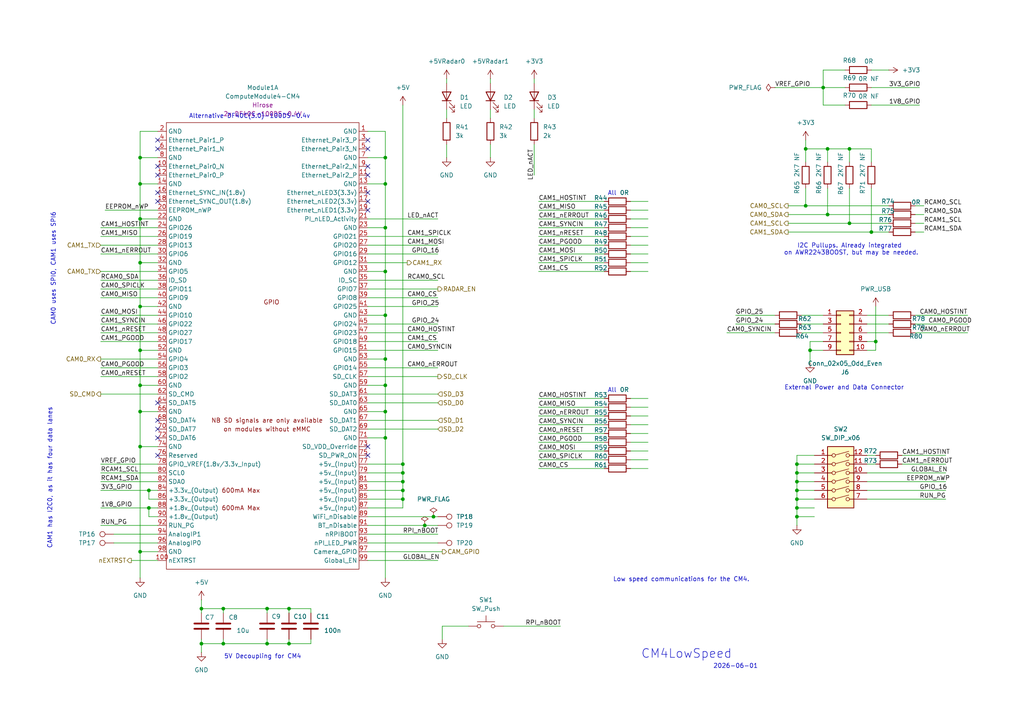
<source format=kicad_sch>
(kicad_sch (version 20231120) (generator "eeschema") (generator_version "8.0")
  (paper "A4")
  (lib_symbols
    (symbol "CM4IO:ComputeModule4-CM4"
      (property "Reference" "Module" (at 113.03 -68.58 0))
      (property "Value" "ComputeModule4-CM4" (at 140.97 2.54 0))
      (property "Field4" "Hirose" (at 0 0 0))
      (property "Field5" "2x DF40C-100DS-0.4V" (at 0 -2.54 0))
      (symbol "ComputeModule4-CM4_1_0"
        (text "GPIO" (at 0 6.35 0) (effects (font (size 1.27 1.27))))
      )
      (symbol "ComputeModule4-CM4_1_1"
        (text "600mA Max" (at -8.89 -53.34 0) (effects (font (size 1.27 1.27))))
        (text "600mA Max" (at -8.89 -48.26 0) (effects (font (size 1.27 1.27))))
        (text "NB SD signals are only available" (at -1.27 -27.94 0) (effects (font (size 1.27 1.27))))
        (text "on modules without eMMC" (at -1.27 -30.48 0) (effects (font (size 1.27 1.27))))
        (pin power_in line (at 27.94 55.88 180) (length 2.54) (name "GND") (number "1"))
        (pin passive line (at -33.02 45.72 0) (length 2.54) (name "Ethernet_Pair0_N") (number "10"))
        (pin output line (at -33.02 -68.58 0) (length 2.54) (name "nEXTRST") (number "100"))
        (pin passive line (at 27.94 43.18 180) (length 2.54) (name "Ethernet_Pair2_P") (number "11"))
        (pin passive line (at -33.02 43.18 0) (length 2.54) (name "Ethernet_Pair0_P") (number "12"))
        (pin power_in line (at 27.94 40.64 180) (length 2.54) (name "GND") (number "13"))
        (pin power_in line (at -33.02 40.64 0) (length 2.54) (name "GND") (number "14"))
        (pin output line (at 27.94 38.1 180) (length 2.54) (name "Ethernet_nLED3(3.3v)") (number "15"))
        (pin input line (at -33.02 38.1 0) (length 2.54) (name "Ethernet_SYNC_IN(1.8v)") (number "16"))
        (pin output line (at 27.94 35.56 180) (length 2.54) (name "Ethernet_nLED2(3.3v)") (number "17"))
        (pin input line (at -33.02 35.56 0) (length 2.54) (name "Ethernet_SYNC_OUT(1.8v)") (number "18"))
        (pin output line (at 27.94 33.02 180) (length 2.54) (name "Ethernet_nLED1(3.3v)") (number "19"))
        (pin power_in line (at -33.02 55.88 0) (length 2.54) (name "GND") (number "2"))
        (pin passive line (at -33.02 33.02 0) (length 2.54) (name "EEPROM_nWP") (number "20"))
        (pin open_collector line (at 27.94 30.48 180) (length 2.54) (name "PI_nLED_Activity") (number "21"))
        (pin power_in line (at -33.02 30.48 0) (length 2.54) (name "GND") (number "22"))
        (pin power_in line (at 27.94 27.94 180) (length 2.54) (name "GND") (number "23"))
        (pin passive line (at -33.02 27.94 0) (length 2.54) (name "GPIO26") (number "24"))
        (pin passive line (at 27.94 25.4 180) (length 2.54) (name "GPIO21") (number "25"))
        (pin passive line (at -33.02 25.4 0) (length 2.54) (name "GPIO19") (number "26"))
        (pin passive line (at 27.94 22.86 180) (length 2.54) (name "GPIO20") (number "27"))
        (pin passive line (at -33.02 22.86 0) (length 2.54) (name "GPIO13") (number "28"))
        (pin passive line (at 27.94 20.32 180) (length 2.54) (name "GPIO16") (number "29"))
        (pin passive line (at 27.94 53.34 180) (length 2.54) (name "Ethernet_Pair3_P") (number "3"))
        (pin passive line (at -33.02 20.32 0) (length 2.54) (name "GPIO6") (number "30"))
        (pin passive line (at 27.94 17.78 180) (length 2.54) (name "GPIO12") (number "31"))
        (pin power_in line (at -33.02 17.78 0) (length 2.54) (name "GND") (number "32"))
        (pin power_in line (at 27.94 15.24 180) (length 2.54) (name "GND") (number "33"))
        (pin passive line (at -33.02 15.24 0) (length 2.54) (name "GPIO5") (number "34"))
        (pin passive line (at 27.94 12.7 180) (length 2.54) (name "ID_SC") (number "35"))
        (pin passive line (at -33.02 12.7 0) (length 2.54) (name "ID_SD") (number "36"))
        (pin passive line (at 27.94 10.16 180) (length 2.54) (name "GPIO7") (number "37"))
        (pin passive line (at -33.02 10.16 0) (length 2.54) (name "GPIO11") (number "38"))
        (pin passive line (at 27.94 7.62 180) (length 2.54) (name "GPIO8") (number "39"))
        (pin passive line (at -33.02 53.34 0) (length 2.54) (name "Ethernet_Pair1_P") (number "4"))
        (pin passive line (at -33.02 7.62 0) (length 2.54) (name "GPIO9") (number "40"))
        (pin passive line (at 27.94 5.08 180) (length 2.54) (name "GPIO25") (number "41"))
        (pin power_in line (at -33.02 5.08 0) (length 2.54) (name "GND") (number "42"))
        (pin power_in line (at 27.94 2.54 180) (length 2.54) (name "GND") (number "43"))
        (pin passive line (at -33.02 2.54 0) (length 2.54) (name "GPIO10") (number "44"))
        (pin passive line (at 27.94 0 180) (length 2.54) (name "GPIO24") (number "45"))
        (pin passive line (at -33.02 0 0) (length 2.54) (name "GPIO22") (number "46"))
        (pin passive line (at 27.94 -2.54 180) (length 2.54) (name "GPIO23") (number "47"))
        (pin passive line (at -33.02 -2.54 0) (length 2.54) (name "GPIO27") (number "48"))
        (pin passive line (at 27.94 -5.08 180) (length 2.54) (name "GPIO18") (number "49"))
        (pin passive line (at 27.94 50.8 180) (length 2.54) (name "Ethernet_Pair3_N") (number "5"))
        (pin passive line (at -33.02 -5.08 0) (length 2.54) (name "GPIO17") (number "50"))
        (pin passive line (at 27.94 -7.62 180) (length 2.54) (name "GPIO15") (number "51"))
        (pin power_in line (at -33.02 -7.62 0) (length 2.54) (name "GND") (number "52"))
        (pin power_in line (at 27.94 -10.16 180) (length 2.54) (name "GND") (number "53"))
        (pin passive line (at -33.02 -10.16 0) (length 2.54) (name "GPIO4") (number "54"))
        (pin passive line (at 27.94 -12.7 180) (length 2.54) (name "GPIO14") (number "55"))
        (pin passive line (at -33.02 -12.7 0) (length 2.54) (name "GPIO3") (number "56"))
        (pin passive line (at 27.94 -15.24 180) (length 2.54) (name "SD_CLK") (number "57"))
        (pin passive line (at -33.02 -15.24 0) (length 2.54) (name "GPIO2") (number "58"))
        (pin power_in line (at 27.94 -17.78 180) (length 2.54) (name "GND") (number "59"))
        (pin passive line (at -33.02 50.8 0) (length 2.54) (name "Ethernet_Pair1_N") (number "6"))
        (pin power_in line (at -33.02 -17.78 0) (length 2.54) (name "GND") (number "60"))
        (pin passive line (at 27.94 -20.32 180) (length 2.54) (name "SD_DAT3") (number "61"))
        (pin passive line (at -33.02 -20.32 0) (length 2.54) (name "SD_CMD") (number "62"))
        (pin passive line (at 27.94 -22.86 180) (length 2.54) (name "SD_DAT0") (number "63"))
        (pin passive line (at -33.02 -22.86 0) (length 2.54) (name "SD_DAT5") (number "64"))
        (pin power_in line (at 27.94 -25.4 180) (length 2.54) (name "GND") (number "65"))
        (pin power_in line (at -33.02 -25.4 0) (length 2.54) (name "GND") (number "66"))
        (pin passive line (at 27.94 -27.94 180) (length 2.54) (name "SD_DAT1") (number "67"))
        (pin passive line (at -33.02 -27.94 0) (length 2.54) (name "SD_DAT4") (number "68"))
        (pin passive line (at 27.94 -30.48 180) (length 2.54) (name "SD_DAT2") (number "69"))
        (pin power_in line (at 27.94 48.26 180) (length 2.54) (name "GND") (number "7"))
        (pin passive line (at -33.02 -30.48 0) (length 2.54) (name "SD_DAT7") (number "70"))
        (pin power_in line (at 27.94 -33.02 180) (length 2.54) (name "GND") (number "71"))
        (pin passive line (at -33.02 -33.02 0) (length 2.54) (name "SD_DAT6") (number "72"))
        (pin input line (at 27.94 -35.56 180) (length 2.54) (name "SD_VDD_Override") (number "73"))
        (pin power_in line (at -33.02 -35.56 0) (length 2.54) (name "GND") (number "74"))
        (pin output line (at 27.94 -38.1 180) (length 2.54) (name "SD_PWR_ON") (number "75"))
        (pin passive line (at -33.02 -38.1 0) (length 2.54) (name "Reserved") (number "76"))
        (pin power_in line (at 27.94 -40.64 180) (length 2.54) (name "+5v_(Input)") (number "77"))
        (pin power_in line (at -33.02 -40.64 0) (length 2.54) (name "GPIO_VREF(1.8v/3.3v_Input)") (number "78"))
        (pin power_in line (at 27.94 -43.18 180) (length 2.54) (name "+5v_(Input)") (number "79"))
        (pin power_in line (at -33.02 48.26 0) (length 2.54) (name "GND") (number "8"))
        (pin passive line (at -33.02 -43.18 0) (length 2.54) (name "SCL0") (number "80"))
        (pin power_in line (at 27.94 -45.72 180) (length 2.54) (name "+5v_(Input)") (number "81"))
        (pin passive line (at -33.02 -45.72 0) (length 2.54) (name "SDA0") (number "82"))
        (pin power_in line (at 27.94 -48.26 180) (length 2.54) (name "+5v_(Input)") (number "83"))
        (pin power_out line (at -33.02 -48.26 0) (length 2.54) (name "+3.3v_(Output)") (number "84"))
        (pin power_in line (at 27.94 -50.8 180) (length 2.54) (name "+5v_(Input)") (number "85"))
        (pin power_out line (at -33.02 -50.8 0) (length 2.54) (name "+3.3v_(Output)") (number "86"))
        (pin power_in line (at 27.94 -53.34 180) (length 2.54) (name "+5v_(Input)") (number "87"))
        (pin power_out line (at -33.02 -53.34 0) (length 2.54) (name "+1.8v_(Output)") (number "88"))
        (pin power_in line (at 27.94 -55.88 180) (length 2.54) (name "WiFi_nDisable") (number "89"))
        (pin passive line (at 27.94 45.72 180) (length 2.54) (name "Ethernet_Pair2_N") (number "9"))
        (pin power_out line (at -33.02 -55.88 0) (length 2.54) (name "+1.8v_(Output)") (number "90"))
        (pin power_in line (at 27.94 -58.42 180) (length 2.54) (name "BT_nDisable") (number "91"))
        (pin passive line (at -33.02 -58.42 0) (length 2.54) (name "RUN_PG") (number "92"))
        (pin input line (at 27.94 -60.96 180) (length 2.54) (name "nRPIBOOT") (number "93"))
        (pin passive line (at -33.02 -60.96 0) (length 2.54) (name "AnalogIP1") (number "94"))
        (pin output line (at 27.94 -63.5 180) (length 2.54) (name "nPI_LED_PWR") (number "95"))
        (pin passive line (at -33.02 -63.5 0) (length 2.54) (name "AnalogIP0") (number "96"))
        (pin passive line (at 27.94 -66.04 180) (length 2.54) (name "Camera_GPIO") (number "97"))
        (pin power_in line (at -33.02 -66.04 0) (length 2.54) (name "GND") (number "98"))
        (pin input line (at 27.94 -68.58 180) (length 2.54) (name "Global_EN") (number "99"))
      )
      (symbol "ComputeModule4-CM4_2_1"
        (text "High Speed Serial" (at 140.97 0 0) (effects (font (size 1.27 1.27))))
        (pin input line (at 170.18 60.96 180) (length 5.08) (name "USB_OTG_ID") (number "101"))
        (pin input line (at 109.22 60.96 0) (length 5.08) (name "PCIe_CLK_nREQ") (number "102"))
        (pin passive line (at 170.18 58.42 180) (length 5.08) (name "USB2_N") (number "103"))
        (pin passive line (at 109.22 58.42 0) (length 5.08) (name "Reserved") (number "104"))
        (pin passive line (at 170.18 55.88 180) (length 5.08) (name "USB2_P") (number "105"))
        (pin passive line (at 109.22 55.88 0) (length 5.08) (name "Reserved") (number "106"))
        (pin power_in line (at 170.18 53.34 180) (length 5.08) (name "GND") (number "107"))
        (pin power_in line (at 109.22 53.34 0) (length 5.08) (name "GND") (number "108"))
        (pin bidirectional line (at 170.18 50.8 180) (length 5.08) (name "PCIe_nRST") (number "109"))
        (pin output line (at 109.22 50.8 0) (length 5.08) (name "PCIe_CLK_P") (number "110"))
        (pin passive line (at 170.18 48.26 180) (length 5.08) (name "VDAC_COMP") (number "111"))
        (pin output line (at 109.22 48.26 0) (length 5.08) (name "PCIe_CLK_N") (number "112"))
        (pin power_in line (at 170.18 45.72 180) (length 5.08) (name "GND") (number "113"))
        (pin power_in line (at 109.22 45.72 0) (length 5.08) (name "GND") (number "114"))
        (pin input line (at 170.18 43.18 180) (length 5.08) (name "CAM1_D0_N") (number "115"))
        (pin input line (at 109.22 43.18 0) (length 5.08) (name "PCIe_RX_P") (number "116"))
        (pin input line (at 170.18 40.64 180) (length 5.08) (name "CAM1_D0_P") (number "117"))
        (pin input line (at 109.22 40.64 0) (length 5.08) (name "PCIe_RX_N") (number "118"))
        (pin power_in line (at 170.18 38.1 180) (length 5.08) (name "GND") (number "119"))
        (pin power_in line (at 109.22 38.1 0) (length 5.08) (name "GND") (number "120"))
        (pin input line (at 170.18 35.56 180) (length 5.08) (name "CAM1_D1_N") (number "121"))
        (pin output line (at 109.22 35.56 0) (length 5.08) (name "PCIe_TX_P") (number "122"))
        (pin input line (at 170.18 33.02 180) (length 5.08) (name "CAM1_D1_P") (number "123"))
        (pin output line (at 109.22 33.02 0) (length 5.08) (name "PCIe_TX_N") (number "124"))
        (pin power_in line (at 170.18 30.48 180) (length 5.08) (name "GND") (number "125"))
        (pin power_in line (at 109.22 30.48 0) (length 5.08) (name "GND") (number "126"))
        (pin input line (at 170.18 27.94 180) (length 5.08) (name "CAM1_C_N") (number "127"))
        (pin input line (at 109.22 27.94 0) (length 5.08) (name "CAM0_D0_N") (number "128"))
        (pin input line (at 170.18 25.4 180) (length 5.08) (name "CAM1_C_P") (number "129"))
        (pin input line (at 109.22 25.4 0) (length 5.08) (name "CAM0_D0_P") (number "130"))
        (pin power_in line (at 170.18 22.86 180) (length 5.08) (name "GND") (number "131"))
        (pin power_in line (at 109.22 22.86 0) (length 5.08) (name "GND") (number "132"))
        (pin input line (at 170.18 20.32 180) (length 5.08) (name "CAM1_D2_N") (number "133"))
        (pin input line (at 109.22 20.32 0) (length 5.08) (name "CAM0_D1_N") (number "134"))
        (pin input line (at 170.18 17.78 180) (length 5.08) (name "CAM1_D2_P") (number "135"))
        (pin input line (at 109.22 17.78 0) (length 5.08) (name "CAM0_D1_P") (number "136"))
        (pin power_in line (at 170.18 15.24 180) (length 5.08) (name "GND") (number "137"))
        (pin power_in line (at 109.22 15.24 0) (length 5.08) (name "GND") (number "138"))
        (pin input line (at 170.18 12.7 180) (length 5.08) (name "CAM1_D3_N") (number "139"))
        (pin input line (at 109.22 12.7 0) (length 5.08) (name "CAM0_C_N") (number "140"))
        (pin input line (at 170.18 10.16 180) (length 5.08) (name "CAM1_D3_P") (number "141"))
        (pin input line (at 109.22 10.16 0) (length 5.08) (name "CAM0_C_P") (number "142"))
        (pin input line (at 170.18 7.62 180) (length 5.08) (name "HDMI1_HOTPLUG") (number "143"))
        (pin power_in line (at 109.22 7.62 0) (length 5.08) (name "GND") (number "144"))
        (pin bidirectional line (at 170.18 5.08 180) (length 5.08) (name "HDMI1_SDA") (number "145"))
        (pin output line (at 109.22 5.08 0) (length 5.08) (name "HDMI1_TX2_P") (number "146"))
        (pin open_collector line (at 170.18 2.54 180) (length 5.08) (name "HDMI1_SCL") (number "147"))
        (pin output line (at 109.22 2.54 0) (length 5.08) (name "HDMI1_TX2_N") (number "148"))
        (pin open_collector line (at 170.18 0 180) (length 5.08) (name "HDMI1_CEC") (number "149"))
        (pin power_in line (at 109.22 0 0) (length 5.08) (name "GND") (number "150"))
        (pin open_collector line (at 170.18 -2.54 180) (length 5.08) (name "HDMI0_CEC") (number "151"))
        (pin output line (at 109.22 -2.54 0) (length 5.08) (name "HDMI1_TX1_P") (number "152"))
        (pin input line (at 170.18 -5.08 180) (length 5.08) (name "HDMI0_HOTPLUG") (number "153"))
        (pin output line (at 109.22 -5.08 0) (length 5.08) (name "HDMI1_TX1_N") (number "154"))
        (pin power_in line (at 170.18 -7.62 180) (length 5.08) (name "GND") (number "155"))
        (pin power_in line (at 109.22 -7.62 0) (length 5.08) (name "GND") (number "156"))
        (pin output line (at 170.18 -10.16 180) (length 5.08) (name "DSI0_D0_N") (number "157"))
        (pin output line (at 109.22 -10.16 0) (length 5.08) (name "HDMI1_TX0_P") (number "158"))
        (pin output line (at 170.18 -12.7 180) (length 5.08) (name "DSI0_D0_P") (number "159"))
        (pin output line (at 109.22 -12.7 0) (length 5.08) (name "HDMI1_TX0_N") (number "160"))
        (pin power_in line (at 170.18 -15.24 180) (length 5.08) (name "GND") (number "161"))
        (pin power_in line (at 109.22 -15.24 0) (length 5.08) (name "GND") (number "162"))
        (pin output line (at 170.18 -17.78 180) (length 5.08) (name "DSI0_D1_N") (number "163"))
        (pin output line (at 109.22 -17.78 0) (length 5.08) (name "HDMI1_CLK_P") (number "164"))
        (pin output line (at 170.18 -20.32 180) (length 5.08) (name "DSI0_D1_P") (number "165"))
        (pin output line (at 109.22 -20.32 0) (length 5.08) (name "HDMI1_CLK_N") (number "166"))
        (pin power_in line (at 170.18 -22.86 180) (length 5.08) (name "GND") (number "167"))
        (pin power_in line (at 109.22 -22.86 0) (length 5.08) (name "GND") (number "168"))
        (pin output line (at 170.18 -25.4 180) (length 5.08) (name "DSI0_C_N") (number "169"))
        (pin output line (at 109.22 -25.4 0) (length 5.08) (name "HDMI0_TX2_P") (number "170"))
        (pin output line (at 170.18 -27.94 180) (length 5.08) (name "DSI0_C_P") (number "171"))
        (pin output line (at 109.22 -27.94 0) (length 5.08) (name "HDMI0_TX2_N") (number "172"))
        (pin power_in line (at 170.18 -30.48 180) (length 5.08) (name "GND") (number "173"))
        (pin power_in line (at 109.22 -30.48 0) (length 5.08) (name "GND") (number "174"))
        (pin output line (at 170.18 -33.02 180) (length 5.08) (name "DSI1_D0_N") (number "175"))
        (pin output line (at 109.22 -33.02 0) (length 5.08) (name "HDMI0_TX1_P") (number "176"))
        (pin output line (at 170.18 -35.56 180) (length 5.08) (name "DSI1_D0_P") (number "177"))
        (pin output line (at 109.22 -35.56 0) (length 5.08) (name "HDMI0_TX1_N") (number "178"))
        (pin power_in line (at 170.18 -38.1 180) (length 5.08) (name "GND") (number "179"))
        (pin power_in line (at 109.22 -38.1 0) (length 5.08) (name "GND") (number "180"))
        (pin output line (at 170.18 -40.64 180) (length 5.08) (name "DSI1_D1_N") (number "181"))
        (pin output line (at 109.22 -40.64 0) (length 5.08) (name "HDMI0_TX0_P") (number "182"))
        (pin output line (at 170.18 -43.18 180) (length 5.08) (name "DSI1_D1_P") (number "183"))
        (pin output line (at 109.22 -43.18 0) (length 5.08) (name "HDMI0_TX0_N") (number "184"))
        (pin power_in line (at 170.18 -45.72 180) (length 5.08) (name "GND") (number "185"))
        (pin power_in line (at 109.22 -45.72 0) (length 5.08) (name "GND") (number "186"))
        (pin output line (at 170.18 -48.26 180) (length 5.08) (name "DSI1_C_N") (number "187"))
        (pin output line (at 109.22 -48.26 0) (length 5.08) (name "HDMI0_CLK_P") (number "188"))
        (pin output line (at 170.18 -50.8 180) (length 5.08) (name "DSI1_C_P") (number "189"))
        (pin output line (at 109.22 -50.8 0) (length 5.08) (name "HDMI0_CLK_N") (number "190"))
        (pin power_in line (at 170.18 -53.34 180) (length 5.08) (name "GND") (number "191"))
        (pin power_in line (at 109.22 -53.34 0) (length 5.08) (name "GND") (number "192"))
        (pin output line (at 170.18 -55.88 180) (length 5.08) (name "DSI1_D2_N") (number "193"))
        (pin output line (at 109.22 -55.88 0) (length 5.08) (name "DSI1_D3_N") (number "194"))
        (pin output line (at 170.18 -58.42 180) (length 5.08) (name "DSI1_D2_P") (number "195"))
        (pin output line (at 109.22 -58.42 0) (length 5.08) (name "DSI1_D3_P") (number "196"))
        (pin power_in line (at 170.18 -60.96 180) (length 5.08) (name "GND") (number "197"))
        (pin power_in line (at 109.22 -60.96 0) (length 5.08) (name "GND") (number "198"))
        (pin bidirectional line (at 170.18 -63.5 180) (length 5.08) (name "HDMI0_SDA") (number "199"))
        (pin open_collector line (at 109.22 -63.5 0) (length 5.08) (name "HDMI0_SCL") (number "200"))
      )
    )
    (symbol "Connector:TestPoint" (pin_numbers hide) (pin_names (offset 0.762) hide)
      (property "Reference" "TP" (at 0 6.858 0))
      (property "Value" "TestPoint" (at 0 5.08 0))
      (symbol "TestPoint_1_1"
        (pin passive line (at 0 0 90) (length 2.54) (name "1") (number "1"))
      )
    )
    (symbol "Connector_Generic:Conn_02x05_Odd_Even" (pin_names (offset 1.016) hide)
      (property "Reference" "J" (at 1.27 7.62 0))
      (property "Value" "Conn_02x05_Odd_Even" (at 1.27 -7.62 0))
      (symbol "Conn_02x05_Odd_Even_1_1"
        (pin passive line (at -5.08 5.08 0) (length 3.81) (name "Pin_1") (number "1"))
        (pin passive line (at 7.62 -5.08 180) (length 3.81) (name "Pin_10") (number "10"))
        (pin passive line (at 7.62 5.08 180) (length 3.81) (name "Pin_2") (number "2"))
        (pin passive line (at -5.08 2.54 0) (length 3.81) (name "Pin_3") (number "3"))
        (pin passive line (at 7.62 2.54 180) (length 3.81) (name "Pin_4") (number "4"))
        (pin passive line (at -5.08 0 0) (length 3.81) (name "Pin_5") (number "5"))
        (pin passive line (at 7.62 0 180) (length 3.81) (name "Pin_6") (number "6"))
        (pin passive line (at -5.08 -2.54 0) (length 3.81) (name "Pin_7") (number "7"))
        (pin passive line (at 7.62 -2.54 180) (length 3.81) (name "Pin_8") (number "8"))
        (pin passive line (at -5.08 -5.08 0) (length 3.81) (name "Pin_9") (number "9"))
      )
    )
    (symbol "Device:C" (pin_numbers hide) (pin_names (offset 0.254))
      (property "Reference" "C" (at 0.635 2.54 0))
      (property "Value" "C" (at 0.635 -2.54 0))
      (symbol "C_1_1"
        (pin passive line (at 0 3.81 270) (length 2.794) (name "~") (number "1"))
        (pin passive line (at 0 -3.81 90) (length 2.794) (name "~") (number "2"))
      )
    )
    (symbol "Device:LED" (pin_numbers hide) (pin_names (offset 1.016) hide)
      (property "Reference" "D" (at 0 2.54 0))
      (property "Value" "LED" (at 0 -2.54 0))
      (symbol "LED_1_1"
        (pin passive line (at -3.81 0 0) (length 2.54) (name "K") (number "1"))
        (pin passive line (at 3.81 0 180) (length 2.54) (name "A") (number "2"))
      )
    )
    (symbol "Device:R" (pin_numbers hide) (pin_names (offset 0))
      (property "Reference" "R" (at 2.032 0 90))
      (property "Value" "R" (at 0 0 90))
      (symbol "R_1_1"
        (pin passive line (at 0 3.81 270) (length 1.27) (name "~") (number "1"))
        (pin passive line (at 0 -3.81 90) (length 1.27) (name "~") (number "2"))
      )
    )
    (symbol "Switch:SW_DIP_x06" (pin_names (offset 0) hide)
      (property "Reference" "SW" (at 0 11.43 0))
      (property "Value" "SW_DIP_x06" (at 0 -8.89 0))
      (symbol "SW_DIP_x06_1_1"
        (pin passive line (at -7.62 7.62 0) (length 5.08) (name "~") (number "1"))
        (pin passive line (at 7.62 2.54 180) (length 5.08) (name "~") (number "10"))
        (pin passive line (at 7.62 5.08 180) (length 5.08) (name "~") (number "11"))
        (pin passive line (at 7.62 7.62 180) (length 5.08) (name "~") (number "12"))
        (pin passive line (at -7.62 5.08 0) (length 5.08) (name "~") (number "2"))
        (pin passive line (at -7.62 2.54 0) (length 5.08) (name "~") (number "3"))
        (pin passive line (at -7.62 0 0) (length 5.08) (name "~") (number "4"))
        (pin passive line (at -7.62 -2.54 0) (length 5.08) (name "~") (number "5"))
        (pin passive line (at -7.62 -5.08 0) (length 5.08) (name "~") (number "6"))
        (pin passive line (at 7.62 -5.08 180) (length 5.08) (name "~") (number "7"))
        (pin passive line (at 7.62 -2.54 180) (length 5.08) (name "~") (number "8"))
        (pin passive line (at 7.62 0 180) (length 5.08) (name "~") (number "9"))
      )
    )
    (symbol "Switch:SW_Push" (pin_numbers hide) (pin_names (offset 1.016) hide)
      (property "Reference" "SW" (at 1.27 2.54 0))
      (property "Value" "SW_Push" (at 0 -1.524 0))
      (symbol "SW_Push_0_1"
        (pin passive line (at -5.08 0 0) (length 2.54) (name "1") (number "1"))
        (pin passive line (at 5.08 0 180) (length 2.54) (name "2") (number "2"))
      )
    )
    (symbol "power:+3V3" (power) (pin_numbers hide) (pin_names (offset 0) hide)
      (property "Value" "+3V3" (at 0 3.556 0))
      (symbol "+3V3_1_1"
        (pin power_in line (at 0 0 90) (length 0) (name "~") (number "1"))
      )
    )
    (symbol "power:+5V" (power) (pin_numbers hide) (pin_names (offset 0) hide)
      (property "Value" "+5V" (at 0 3.556 0))
      (symbol "+5V_1_1"
        (pin power_in line (at 0 0 90) (length 0) (name "~") (number "1"))
      )
    )
    (symbol "power:GND" (power) (pin_numbers hide) (pin_names (offset 0) hide)
      (property "Value" "GND" (at 0 -3.81 0))
      (symbol "GND_1_1"
        (pin power_in line (at 0 0 270) (length 0) (name "~") (number "1"))
      )
    )
    (symbol "power:PWR_FLAG" (power) (pin_numbers hide) (pin_names (offset 0) hide)
      (property "Value" "PWR_FLAG" (at 0 3.81 0))
      (symbol "PWR_FLAG_0_0"
        (pin power_out line (at 0 0 90) (length 0) (name "~") (number "1"))
      )
    )
    (symbol "power:VBUS" (power) (pin_numbers hide) (pin_names (offset 0) hide)
      (property "Value" "VBUS" (at 0 3.556 0))
      (symbol "VBUS_1_1"
        (pin power_in line (at 0 0 90) (length 0) (name "~") (number "1"))
      )
    )
  )
  (junction (at 233.68 43.18))
  (junction (at 254 99.06))
  (junction (at 40.64 111.76))
  (junction (at 58.42 186.69))
  (junction (at 111.76 111.76))
  (junction (at 40.64 129.54))
  (junction (at 43.18 142.24))
  (junction (at 40.64 53.34))
  (junction (at 40.64 88.9))
  (junction (at 240.03 62.23))
  (junction (at 111.76 119.38))
  (junction (at 231.14 142.24))
  (junction (at 40.64 63.5))
  (junction (at 231.14 134.62))
  (junction (at 64.77 176.53))
  (junction (at 231.14 144.78))
  (junction (at 111.76 78.74))
  (junction (at 125.73 149.86))
  (junction (at 238.76 25.4))
  (junction (at 83.82 176.53))
  (junction (at 83.82 186.69))
  (junction (at 116.84 142.24))
  (junction (at 231.14 147.32))
  (junction (at 111.76 45.72))
  (junction (at 111.76 91.44))
  (junction (at 233.68 59.69))
  (junction (at 58.42 176.53))
  (junction (at 246.38 43.18))
  (junction (at 123.19 152.4))
  (junction (at 252.73 67.31))
  (junction (at 240.03 43.18))
  (junction (at 231.14 139.7))
  (junction (at 111.76 104.14))
  (junction (at 246.38 64.77))
  (junction (at 40.64 76.2))
  (junction (at 40.64 119.38))
  (junction (at 77.47 176.53))
  (junction (at 234.95 101.6))
  (junction (at 111.76 53.34))
  (junction (at 64.77 186.69))
  (junction (at 77.47 186.69))
  (junction (at 231.14 149.86))
  (junction (at 40.64 101.6))
  (junction (at 40.64 160.02))
  (junction (at 116.84 137.16))
  (junction (at 116.84 139.7))
  (junction (at 43.18 147.32))
  (junction (at 111.76 127))
  (junction (at 231.14 137.16))
  (junction (at 116.84 134.62))
  (junction (at 40.64 45.72))
  (junction (at 111.76 66.04))
  (junction (at 116.84 144.78))
  (no_connect (at 106.68 58.42))
  (no_connect (at 45.72 48.26))
  (no_connect (at 106.68 40.64))
  (no_connect (at 45.72 43.18))
  (no_connect (at 106.68 132.08))
  (no_connect (at 45.72 116.84))
  (no_connect (at 45.72 124.46))
  (no_connect (at 106.68 43.18))
  (no_connect (at 106.68 129.54))
  (no_connect (at 45.72 121.92))
  (no_connect (at 106.68 50.8))
  (no_connect (at 45.72 127))
  (no_connect (at 106.68 55.88))
  (no_connect (at 106.68 48.26))
  (no_connect (at 45.72 40.64))
  (no_connect (at 45.72 58.42))
  (no_connect (at 45.72 132.08))
  (no_connect (at 45.72 55.88))
  (no_connect (at 106.68 60.96))
  (no_connect (at 45.72 50.8))
  (wire (pts (xy 106.68 144.78) (xy 116.84 144.78)))
  (wire (pts (xy 43.18 147.32) (xy 45.72 147.32)))
  (wire (pts (xy 231.14 142.24) (xy 231.14 144.78)))
  (wire (pts (xy 213.36 91.44) (xy 224.79 91.44)))
  (wire (pts (xy 154.94 31.75) (xy 154.94 34.29)))
  (wire (pts (xy 231.14 147.32) (xy 236.22 147.32)))
  (wire (pts (xy 45.72 144.78) (xy 43.18 144.78)))
  (wire (pts (xy 116.84 144.78) (xy 116.84 147.32)))
  (wire (pts (xy 240.03 43.18) (xy 240.03 46.99)))
  (wire (pts (xy 29.21 99.06) (xy 45.72 99.06)))
  (wire (pts (xy 254 101.6) (xy 251.46 101.6)))
  (wire (pts (xy 106.68 68.58) (xy 127 68.58)))
  (wire (pts (xy 156.21 71.12) (xy 175.26 71.12)))
  (wire (pts (xy 29.21 71.12) (xy 45.72 71.12)))
  (wire (pts (xy 116.84 134.62) (xy 116.84 137.16)))
  (wire (pts (xy 106.68 119.38) (xy 111.76 119.38)))
  (wire (pts (xy 246.38 64.77) (xy 257.81 64.77)))
  (wire (pts (xy 77.47 176.53) (xy 83.82 176.53)))
  (wire (pts (xy 111.76 53.34) (xy 111.76 66.04)))
  (wire (pts (xy 182.88 123.19) (xy 187.96 123.19)))
  (wire (pts (xy 233.68 40.64) (xy 233.68 43.18)))
  (wire (pts (xy 40.64 76.2) (xy 40.64 88.9)))
  (wire (pts (xy 156.21 63.5) (xy 175.26 63.5)))
  (wire (pts (xy 156.21 78.74) (xy 175.26 78.74)))
  (wire (pts (xy 106.68 116.84) (xy 127 116.84)))
  (wire (pts (xy 29.21 137.16) (xy 45.72 137.16)))
  (wire (pts (xy 29.21 66.04) (xy 45.72 66.04)))
  (wire (pts (xy 233.68 59.69) (xy 228.6 59.69)))
  (wire (pts (xy 106.68 76.2) (xy 118.11 76.2)))
  (wire (pts (xy 106.68 111.76) (xy 111.76 111.76)))
  (wire (pts (xy 40.64 101.6) (xy 40.64 111.76)))
  (wire (pts (xy 231.14 137.16) (xy 231.14 139.7)))
  (wire (pts (xy 77.47 185.42) (xy 77.47 186.69)))
  (wire (pts (xy 106.68 99.06) (xy 127 99.06)))
  (wire (pts (xy 40.64 38.1) (xy 40.64 45.72)))
  (wire (pts (xy 156.21 123.19) (xy 175.26 123.19)))
  (wire (pts (xy 232.41 96.52) (xy 238.76 96.52)))
  (wire (pts (xy 156.21 128.27) (xy 175.26 128.27)))
  (wire (pts (xy 182.88 60.96) (xy 187.96 60.96)))
  (wire (pts (xy 111.76 78.74) (xy 111.76 91.44)))
  (wire (pts (xy 29.21 104.14) (xy 45.72 104.14)))
  (wire (pts (xy 106.68 104.14) (xy 111.76 104.14)))
  (wire (pts (xy 29.21 109.22) (xy 45.72 109.22)))
  (wire (pts (xy 45.72 160.02) (xy 40.64 160.02)))
  (wire (pts (xy 154.94 41.91) (xy 154.94 50.8)))
  (wire (pts (xy 265.43 59.69) (xy 267.97 59.69)))
  (wire (pts (xy 251.46 132.08) (xy 254 132.08)))
  (wire (pts (xy 238.76 25.4) (xy 238.76 20.32)))
  (wire (pts (xy 77.47 177.8) (xy 77.47 176.53)))
  (wire (pts (xy 83.82 176.53) (xy 90.17 176.53)))
  (wire (pts (xy 182.88 133.35) (xy 187.96 133.35)))
  (wire (pts (xy 111.76 111.76) (xy 111.76 119.38)))
  (wire (pts (xy 231.14 132.08) (xy 231.14 134.62)))
  (wire (pts (xy 106.68 63.5) (xy 127 63.5)))
  (wire (pts (xy 233.68 59.69) (xy 257.81 59.69)))
  (wire (pts (xy 156.21 130.81) (xy 175.26 130.81)))
  (wire (pts (xy 129.54 22.86) (xy 129.54 24.13)))
  (wire (pts (xy 261.62 134.62) (xy 274.32 134.62)))
  (wire (pts (xy 231.14 144.78) (xy 231.14 147.32)))
  (wire (pts (xy 240.03 62.23) (xy 257.81 62.23)))
  (wire (pts (xy 156.21 73.66) (xy 175.26 73.66)))
  (wire (pts (xy 106.68 101.6) (xy 127 101.6)))
  (wire (pts (xy 83.82 186.69) (xy 90.17 186.69)))
  (wire (pts (xy 156.21 68.58) (xy 175.26 68.58)))
  (wire (pts (xy 30.48 60.96) (xy 45.72 60.96)))
  (wire (pts (xy 231.14 144.78) (xy 236.22 144.78)))
  (wire (pts (xy 111.76 104.14) (xy 111.76 111.76)))
  (wire (pts (xy 252.73 43.18) (xy 252.73 46.99)))
  (wire (pts (xy 116.84 139.7) (xy 116.84 142.24)))
  (wire (pts (xy 29.21 142.24) (xy 43.18 142.24)))
  (wire (pts (xy 116.84 30.48) (xy 116.84 134.62)))
  (wire (pts (xy 43.18 142.24) (xy 45.72 142.24)))
  (wire (pts (xy 106.68 142.24) (xy 116.84 142.24)))
  (wire (pts (xy 40.64 129.54) (xy 40.64 160.02)))
  (wire (pts (xy 127 157.48) (xy 106.68 157.48)))
  (wire (pts (xy 106.68 134.62) (xy 116.84 134.62)))
  (wire (pts (xy 125.73 149.86) (xy 127 149.86)))
  (wire (pts (xy 252.73 54.61) (xy 252.73 67.31)))
  (wire (pts (xy 182.88 120.65) (xy 187.96 120.65)))
  (wire (pts (xy 106.68 96.52) (xy 127 96.52)))
  (wire (pts (xy 232.41 93.98) (xy 238.76 93.98)))
  (wire (pts (xy 234.95 99.06) (xy 234.95 101.6)))
  (wire (pts (xy 83.82 185.42) (xy 83.82 186.69)))
  (wire (pts (xy 129.54 41.91) (xy 129.54 45.72)))
  (wire (pts (xy 106.68 81.28) (xy 127 81.28)))
  (wire (pts (xy 213.36 93.98) (xy 224.79 93.98)))
  (wire (pts (xy 233.68 59.69) (xy 233.68 54.61)))
  (wire (pts (xy 45.72 53.34) (xy 40.64 53.34)))
  (wire (pts (xy 90.17 185.42) (xy 90.17 186.69)))
  (wire (pts (xy 29.21 81.28) (xy 45.72 81.28)))
  (wire (pts (xy 45.72 88.9) (xy 40.64 88.9)))
  (wire (pts (xy 58.42 186.69) (xy 64.77 186.69)))
  (wire (pts (xy 251.46 93.98) (xy 257.81 93.98)))
  (wire (pts (xy 236.22 134.62) (xy 231.14 134.62)))
  (wire (pts (xy 45.72 76.2) (xy 40.64 76.2)))
  (wire (pts (xy 182.88 71.12) (xy 187.96 71.12)))
  (wire (pts (xy 142.24 31.75) (xy 142.24 34.29)))
  (wire (pts (xy 238.76 20.32) (xy 245.11 20.32)))
  (wire (pts (xy 251.46 137.16) (xy 274.32 137.16)))
  (wire (pts (xy 156.21 66.04) (xy 175.26 66.04)))
  (wire (pts (xy 129.54 31.75) (xy 129.54 34.29)))
  (wire (pts (xy 111.76 127) (xy 111.76 167.64)))
  (wire (pts (xy 233.68 43.18) (xy 240.03 43.18)))
  (wire (pts (xy 29.21 83.82) (xy 45.72 83.82)))
  (wire (pts (xy 106.68 86.36) (xy 127 86.36)))
  (wire (pts (xy 182.88 115.57) (xy 187.96 115.57)))
  (wire (pts (xy 106.68 149.86) (xy 125.73 149.86)))
  (wire (pts (xy 224.79 25.4) (xy 238.76 25.4)))
  (wire (pts (xy 251.46 99.06) (xy 254 99.06)))
  (wire (pts (xy 156.21 76.2) (xy 175.26 76.2)))
  (wire (pts (xy 106.68 66.04) (xy 111.76 66.04)))
  (wire (pts (xy 182.88 58.42) (xy 187.96 58.42)))
  (wire (pts (xy 106.68 83.82) (xy 127 83.82)))
  (wire (pts (xy 252.73 67.31) (xy 257.81 67.31)))
  (wire (pts (xy 116.84 142.24) (xy 116.84 144.78)))
  (wire (pts (xy 64.77 185.42) (xy 64.77 186.69)))
  (wire (pts (xy 33.02 157.48) (xy 45.72 157.48)))
  (wire (pts (xy 111.76 38.1) (xy 111.76 45.72)))
  (wire (pts (xy 45.72 45.72) (xy 40.64 45.72)))
  (wire (pts (xy 83.82 177.8) (xy 83.82 176.53)))
  (wire (pts (xy 252.73 67.31) (xy 228.6 67.31)))
  (wire (pts (xy 265.43 67.31) (xy 267.97 67.31)))
  (wire (pts (xy 265.43 91.44) (xy 280.67 91.44)))
  (wire (pts (xy 240.03 43.18) (xy 246.38 43.18)))
  (wire (pts (xy 128.27 181.61) (xy 135.89 181.61)))
  (wire (pts (xy 29.21 68.58) (xy 45.72 68.58)))
  (wire (pts (xy 45.72 119.38) (xy 40.64 119.38)))
  (wire (pts (xy 240.03 54.61) (xy 240.03 62.23)))
  (wire (pts (xy 251.46 91.44) (xy 257.81 91.44)))
  (wire (pts (xy 29.21 134.62) (xy 45.72 134.62)))
  (wire (pts (xy 146.05 181.61) (xy 162.56 181.61)))
  (wire (pts (xy 58.42 186.69) (xy 58.42 189.23)))
  (wire (pts (xy 234.95 101.6) (xy 238.76 101.6)))
  (wire (pts (xy 156.21 120.65) (xy 175.26 120.65)))
  (wire (pts (xy 231.14 147.32) (xy 231.14 149.86)))
  (wire (pts (xy 246.38 43.18) (xy 252.73 43.18)))
  (wire (pts (xy 142.24 22.86) (xy 142.24 24.13)))
  (wire (pts (xy 233.68 46.99) (xy 233.68 43.18)))
  (wire (pts (xy 246.38 64.77) (xy 228.6 64.77)))
  (wire (pts (xy 111.76 45.72) (xy 111.76 53.34)))
  (wire (pts (xy 265.43 93.98) (xy 280.67 93.98)))
  (wire (pts (xy 236.22 142.24) (xy 231.14 142.24)))
  (wire (pts (xy 182.88 135.89) (xy 187.96 135.89)))
  (wire (pts (xy 45.72 149.86) (xy 43.18 149.86)))
  (wire (pts (xy 58.42 173.99) (xy 58.42 176.53)))
  (wire (pts (xy 182.88 63.5) (xy 187.96 63.5)))
  (wire (pts (xy 29.21 91.44) (xy 45.72 91.44)))
  (wire (pts (xy 64.77 176.53) (xy 77.47 176.53)))
  (wire (pts (xy 111.76 119.38) (xy 111.76 127)))
  (wire (pts (xy 106.68 109.22) (xy 127 109.22)))
  (wire (pts (xy 231.14 142.24) (xy 231.14 139.7)))
  (wire (pts (xy 231.14 149.86) (xy 236.22 149.86)))
  (wire (pts (xy 251.46 134.62) (xy 254 134.62)))
  (wire (pts (xy 182.88 128.27) (xy 187.96 128.27)))
  (wire (pts (xy 38.1 162.56) (xy 45.72 162.56)))
  (wire (pts (xy 156.21 125.73) (xy 175.26 125.73)))
  (wire (pts (xy 106.68 45.72) (xy 111.76 45.72)))
  (wire (pts (xy 106.68 139.7) (xy 116.84 139.7)))
  (wire (pts (xy 29.21 78.74) (xy 45.72 78.74)))
  (wire (pts (xy 64.77 177.8) (xy 64.77 176.53)))
  (wire (pts (xy 106.68 137.16) (xy 116.84 137.16)))
  (wire (pts (xy 40.64 119.38) (xy 40.64 129.54)))
  (wire (pts (xy 245.11 30.48) (xy 238.76 30.48)))
  (wire (pts (xy 240.03 62.23) (xy 228.6 62.23)))
  (wire (pts (xy 77.47 186.69) (xy 83.82 186.69)))
  (wire (pts (xy 45.72 38.1) (xy 40.64 38.1)))
  (wire (pts (xy 251.46 139.7) (xy 274.32 139.7)))
  (wire (pts (xy 111.76 91.44) (xy 111.76 104.14)))
  (wire (pts (xy 246.38 43.18) (xy 246.38 46.99)))
  (wire (pts (xy 106.68 71.12) (xy 127 71.12)))
  (wire (pts (xy 106.68 127) (xy 111.76 127)))
  (wire (pts (xy 45.72 63.5) (xy 40.64 63.5)))
  (wire (pts (xy 29.21 114.3) (xy 45.72 114.3)))
  (wire (pts (xy 238.76 99.06) (xy 234.95 99.06)))
  (wire (pts (xy 40.64 45.72) (xy 40.64 53.34)))
  (wire (pts (xy 261.62 132.08) (xy 274.32 132.08)))
  (wire (pts (xy 265.43 96.52) (xy 280.67 96.52)))
  (wire (pts (xy 142.24 41.91) (xy 142.24 45.72)))
  (wire (pts (xy 234.95 101.6) (xy 234.95 105.41)))
  (wire (pts (xy 265.43 64.77) (xy 267.97 64.77)))
  (wire (pts (xy 182.88 130.81) (xy 187.96 130.81)))
  (wire (pts (xy 106.68 147.32) (xy 116.84 147.32)))
  (wire (pts (xy 182.88 78.74) (xy 187.96 78.74)))
  (wire (pts (xy 252.73 25.4) (xy 266.7 25.4)))
  (wire (pts (xy 58.42 176.53) (xy 64.77 176.53)))
  (wire (pts (xy 232.41 91.44) (xy 238.76 91.44)))
  (wire (pts (xy 127 152.4) (xy 123.19 152.4)))
  (wire (pts (xy 106.68 88.9) (xy 127 88.9)))
  (wire (pts (xy 182.88 68.58) (xy 187.96 68.58)))
  (wire (pts (xy 29.21 147.32) (xy 43.18 147.32)))
  (wire (pts (xy 156.21 58.42) (xy 175.26 58.42)))
  (wire (pts (xy 238.76 25.4) (xy 245.11 25.4)))
  (wire (pts (xy 156.21 118.11) (xy 175.26 118.11)))
  (wire (pts (xy 231.14 149.86) (xy 231.14 152.4)))
  (wire (pts (xy 106.68 93.98) (xy 127 93.98)))
  (wire (pts (xy 238.76 25.4) (xy 238.76 30.48)))
  (wire (pts (xy 43.18 144.78) (xy 43.18 142.24)))
  (wire (pts (xy 29.21 86.36) (xy 45.72 86.36)))
  (wire (pts (xy 252.73 30.48) (xy 266.7 30.48)))
  (wire (pts (xy 182.88 73.66) (xy 187.96 73.66)))
  (wire (pts (xy 156.21 133.35) (xy 175.26 133.35)))
  (wire (pts (xy 40.64 63.5) (xy 40.64 76.2)))
  (wire (pts (xy 254 99.06) (xy 254 101.6)))
  (wire (pts (xy 29.21 73.66) (xy 45.72 73.66)))
  (wire (pts (xy 106.68 38.1) (xy 111.76 38.1)))
  (wire (pts (xy 106.68 121.92) (xy 127 121.92)))
  (wire (pts (xy 64.77 186.69) (xy 77.47 186.69)))
  (wire (pts (xy 236.22 137.16) (xy 231.14 137.16)))
  (wire (pts (xy 29.21 96.52) (xy 45.72 96.52)))
  (wire (pts (xy 45.72 129.54) (xy 40.64 129.54)))
  (wire (pts (xy 252.73 20.32) (xy 257.81 20.32)))
  (wire (pts (xy 106.68 162.56) (xy 127 162.56)))
  (wire (pts (xy 106.68 124.46) (xy 127 124.46)))
  (wire (pts (xy 210.82 96.52) (xy 224.79 96.52)))
  (wire (pts (xy 182.88 66.04) (xy 187.96 66.04)))
  (wire (pts (xy 29.21 106.68) (xy 45.72 106.68)))
  (wire (pts (xy 106.68 154.94) (xy 127 154.94)))
  (wire (pts (xy 154.94 22.86) (xy 154.94 24.13)))
  (wire (pts (xy 58.42 185.42) (xy 58.42 186.69)))
  (wire (pts (xy 29.21 139.7) (xy 45.72 139.7)))
  (wire (pts (xy 251.46 144.78) (xy 274.32 144.78)))
  (wire (pts (xy 106.68 106.68) (xy 127 106.68)))
  (wire (pts (xy 90.17 177.8) (xy 90.17 176.53)))
  (wire (pts (xy 156.21 60.96) (xy 175.26 60.96)))
  (wire (pts (xy 40.64 88.9) (xy 40.64 101.6)))
  (wire (pts (xy 106.68 53.34) (xy 111.76 53.34)))
  (wire (pts (xy 265.43 62.23) (xy 267.97 62.23)))
  (wire (pts (xy 182.88 125.73) (xy 187.96 125.73)))
  (wire (pts (xy 40.64 160.02) (xy 40.64 167.64)))
  (wire (pts (xy 45.72 101.6) (xy 40.64 101.6)))
  (wire (pts (xy 106.68 73.66) (xy 127 73.66)))
  (wire (pts (xy 116.84 137.16) (xy 116.84 139.7)))
  (wire (pts (xy 40.64 111.76) (xy 40.64 119.38)))
  (wire (pts (xy 156.21 115.57) (xy 175.26 115.57)))
  (wire (pts (xy 106.68 91.44) (xy 111.76 91.44)))
  (wire (pts (xy 156.21 135.89) (xy 175.26 135.89)))
  (wire (pts (xy 182.88 76.2) (xy 187.96 76.2)))
  (wire (pts (xy 254 99.06) (xy 254 88.9)))
  (wire (pts (xy 45.72 111.76) (xy 40.64 111.76)))
  (wire (pts (xy 251.46 96.52) (xy 257.81 96.52)))
  (wire (pts (xy 251.46 142.24) (xy 274.32 142.24)))
  (wire (pts (xy 111.76 66.04) (xy 111.76 78.74)))
  (wire (pts (xy 58.42 177.8) (xy 58.42 176.53)))
  (wire (pts (xy 106.68 78.74) (xy 111.76 78.74)))
  (wire (pts (xy 106.68 160.02) (xy 128.27 160.02)))
  (wire (pts (xy 182.88 118.11) (xy 187.96 118.11)))
  (wire (pts (xy 43.18 147.32) (xy 43.18 149.86)))
  (wire (pts (xy 246.38 54.61) (xy 246.38 64.77)))
  (wire (pts (xy 29.21 93.98) (xy 45.72 93.98)))
  (wire (pts (xy 29.21 152.4) (xy 45.72 152.4)))
  (wire (pts (xy 236.22 132.08) (xy 231.14 132.08)))
  (wire (pts (xy 40.64 53.34) (xy 40.64 63.5)))
  (wire (pts (xy 123.19 152.4) (xy 106.68 152.4)))
  (wire (pts (xy 231.14 134.62) (xy 231.14 137.16)))
  (wire (pts (xy 33.02 154.94) (xy 45.72 154.94)))
  (wire (pts (xy 106.68 114.3) (xy 127 114.3)))
  (wire (pts (xy 128.27 185.42) (xy 128.27 181.61)))
  (wire (pts (xy 231.14 139.7) (xy 236.22 139.7)))
  (text "Low speed communications for the CM4. " (at 177.8 168.148 0) (effects (font (size 1.27 1.27)) (justify left)))
  (text "5V Decoupling for CM4\n" (at 76.2 190.5 0) (effects (font (size 1.27 1.27))))
  (text "CAM1 has I2C0, as it has four data lanes\n" (at 14.478 138.684 90) (effects (font (size 1.27 1.27))))
  (text "All\n" (at 177.546 56.134 0) (effects (font (size 1.27 1.27))))
  (text "CAM0 uses SPI0, CAM1 uses SPI6" (at 15.494 77.978 90) (effects (font (size 1.27 1.27))))
  (text "${CURRENT_DATE}" (at 213.36 193.294 0) (effects (font (size 1.27 1.27))))
  (text "External Power and Data Connector" (at 244.856 112.522 0) (effects (font (size 1.27 1.27))))
  (text "Alternative DF40C(3.0)-100DS-0.4v" (at 72.39 33.782 0) (effects (font (size 1.27 1.27))))
  (text "All\n" (at 177.546 113.284 0) (effects (font (size 1.27 1.27))))
  (text "I2C Pullups. Already integrated \non AWR2243BOOST, but may be needed." (at 246.888 72.39 0) (effects (font (size 1.27 1.27))))
  (text "CM4LowSpeed" (at 199.136 189.738 0) (effects (font (size 2.54 2.54))))
  (label "RCAM0_SCL" (at 118.11 81.28 0))
  (label "RPI_nBOOT" (at 152.4 181.61 0))
  (label "RCAM1_SDA" (at 29.21 139.7 0))
  (label "CAM0_MOSI" (at 156.21 130.81 0))
  (label "CAM1_MOSI" (at 156.21 73.66 0))
  (label "CAM0_PGOOD" (at 269.24 93.98 0))
  (label "CAM1_HOSTINT" (at 156.21 58.42 0))
  (label "CAM0_nERROUT" (at 156.21 120.65 0))
  (label "CAM1_PGOOD" (at 29.21 99.06 0))
  (label "RCAM1_SDA" (at 267.97 67.31 0))
  (label "RUN_PG" (at 29.21 152.4 0))
  (label "RCAM0_SCL" (at 267.97 59.69 0))
  (label "CAM0_SPICLK" (at 156.21 133.35 0))
  (label "CAM0_MOSI" (at 29.21 91.44 0))
  (label "1V8_GPIO" (at 257.81 30.48 0))
  (label "CAM0_HOSTINT" (at 118.11 96.52 0))
  (label "VREF_GPIO" (at 224.79 25.4 0))
  (label "CAM1_SPICLK" (at 156.21 76.2 0))
  (label "CAM1_SYNCIN" (at 156.21 66.04 0))
  (label "CAM0_SYNCIN" (at 118.11 101.6 0))
  (label "3V3_GPIO" (at 29.21 142.24 0))
  (label "CAM0_nRESET" (at 29.21 109.22 0))
  (label "CAM1_MOSI" (at 118.11 71.12 0))
  (label "CAM0_nERROUT" (at 118.11 106.68 0))
  (label "RCAM0_SDA" (at 267.97 62.23 0))
  (label "LED_nACT" (at 154.94 43.18 270))
  (label "CAM0_nRESET" (at 156.21 125.73 0))
  (label "GPIO_16" (at 266.7 142.24 0))
  (label "GPIO_24" (at 119.38 93.98 0))
  (label "VREF_GPIO" (at 29.21 134.62 0))
  (label "RUN_PG" (at 266.7 144.78 0))
  (label "CAM1_nRESET" (at 29.21 96.52 0))
  (label "CAM1_SPICLK" (at 118.11 68.58 0))
  (label "GPIO_24" (at 213.36 93.98 0))
  (label "CAM1_SYNCIN" (at 29.21 93.98 0))
  (label "CAM0_MISO" (at 156.21 118.11 0))
  (label "GLOBAL_EN" (at 264.16 137.16 0))
  (label "CAM0_SYNCIN" (at 156.21 123.19 0))
  (label "RPI_nBOOT" (at 116.84 154.94 0))
  (label "CAM0_CS" (at 156.21 135.89 0))
  (label "EEPROM_nWP" (at 262.89 139.7 0))
  (label "CAM0_CS" (at 118.11 86.36 0))
  (label "CAM1_MISO" (at 156.21 60.96 0))
  (label "CAM0_HOSTINT" (at 266.7 91.44 0))
  (label "CAM1_PGOOD" (at 156.21 71.12 0))
  (label "1V8_GPIO" (at 29.21 147.32 0))
  (label "CAM0_SYNCIN" (at 210.82 96.52 0))
  (label "3V3_GPIO" (at 257.81 25.4 0))
  (label "CAM1_CS" (at 156.21 78.74 0))
  (label "CAM1_nERROUT" (at 29.21 73.66 0))
  (label "GPIO_25" (at 213.36 91.44 0))
  (label "GLOBAL_EN" (at 116.84 162.56 0))
  (label "EEPROM_nWP" (at 30.48 60.96 0))
  (label "CAM1_nERROUT" (at 261.62 134.62 0))
  (label "CAM0_HOSTINT" (at 156.21 115.57 0))
  (label "CAM0_PGOOD" (at 156.21 128.27 0))
  (label "CAM1_HOSTINT" (at 261.62 132.08 0))
  (label "CAM1_CS" (at 118.11 99.06 0))
  (label "GPIO_25" (at 119.38 88.9 0))
  (label "CAM1_nERROUT" (at 156.21 63.5 0))
  (label "GPIO_16" (at 119.38 73.66 0))
  (label "CAM0_PGOOD" (at 29.21 106.68 0))
  (label "CAM0_MISO" (at 29.21 86.36 0))
  (label "RCAM1_SCL" (at 267.97 64.77 0))
  (label "CAM1_HOSTINT" (at 29.21 66.04 0))
  (label "CAM0_nERROUT" (at 266.7 96.52 0))
  (label "CAM0_SPICLK" (at 29.21 83.82 0))
  (label "RCAM0_SDA" (at 29.21 81.28 0))
  (label "CAM1_MISO" (at 29.21 68.58 0))
  (label "CAM1_nRESET" (at 156.21 68.58 0))
  (label "LED_nACT" (at 118.11 63.5 0))
  (label "RCAM1_SCL" (at 29.21 137.16 0))
  (hierarchical_label "RADAR_EN" (shape output) (at 127 83.82 0))
  (hierarchical_label "CAM1_TX" (shape input) (at 29.21 71.12 180))
  (hierarchical_label "CAM0_SDA" (shape output) (at 228.6 62.23 180))
  (hierarchical_label "SD_D2" (shape input) (at 127 124.46 0))
  (hierarchical_label "CAM1_SCL" (shape output) (at 228.6 64.77 180))
  (hierarchical_label "SD_D3" (shape input) (at 127 114.3 0))
  (hierarchical_label "nEXTRST" (shape output) (at 38.1 162.56 180))
  (hierarchical_label "CAM0_TX" (shape input) (at 29.21 78.74 180))
  (hierarchical_label "SD_D0" (shape input) (at 127 116.84 0))
  (hierarchical_label "SD_D1" (shape input) (at 127 121.92 0))
  (hierarchical_label "CAM_GPIO" (shape output) (at 128.27 160.02 0))
  (hierarchical_label "CAM1_SDA" (shape output) (at 228.6 67.31 180))
  (hierarchical_label "SD_CMD" (shape output) (at 29.21 114.3 180))
  (hierarchical_label "CAM1_RX" (shape output) (at 118.11 76.2 0))
  (hierarchical_label "SD_CLK" (shape output) (at 127 109.22 0))
  (hierarchical_label "CAM0_RX" (shape output) (at 29.21 104.14 180))
  (hierarchical_label "CAM0_SCL" (shape output) (at 228.6 59.69 180))
  (symbol (lib_id "Switch:SW_DIP_x06") (at 243.84 139.7 0) (unit 1)
    (property "Reference" "SW2" (at 243.84 124.46 0))
    (property "Value" "SW_DIP_x06" (at 243.84 127 0))
    (property "Footprint" "Button_Switch_SMD:SW_DIP_SPSTx06_Slide_Omron_A6H-6101_W6.15mm_P1.27mm" (effects (hide yes)))
    (property "Description" "6x DIP Switch, Single Pole Single Throw (SPST) switch, small symbol" (effects (hide yes)))
  )
  (symbol (lib_id "Device:R") (at 261.62 64.77 90) (unit 1)
    (property "Reference" "R76" (at 256.794 63.754 90))
    (property "Value" "0R" (effects (hide yes)))
    (property "Footprint" "Resistor_SMD:R_0603_1608Metric" (effects (hide yes)))
    (property "Description" "Resistor" (effects (hide yes)))
  )
  (symbol (lib_id "Device:R") (at 179.07 123.19 90) (unit 1)
    (property "Reference" "R56" (at 174.244 122.174 90))
    (property "Value" "0R" (effects (hide yes)))
    (property "Footprint" "Resistor_SMD:R_0402_1005Metric" (effects (hide yes)))
    (property "Description" "Resistor" (effects (hide yes)))
  )
  (symbol (lib_id "Device:R") (at 179.07 63.5 90) (unit 1)
    (property "Reference" "R46" (at 174.244 62.484 90))
    (property "Value" "0R" (effects (hide yes)))
    (property "Footprint" "Resistor_SMD:R_0402_1005Metric" (effects (hide yes)))
    (property "Description" "Resistor" (effects (hide yes)))
  )
  (symbol (lib_id "power:+3V3") (at 233.68 40.64 0) (unit 1)
    (property "Reference" "#PWR028" (effects (hide yes)))
    (property "Value" "+3V3" (at 233.68 35.56 0))
    (property "Description" "Power symbol creates a global label with name \"+3V3\"" (effects (hide yes)))
  )
  (symbol (lib_id "Device:R") (at 179.07 76.2 90) (unit 1)
    (property "Reference" "R51" (at 174.244 75.184 90))
    (property "Value" "0R" (effects (hide yes)))
    (property "Footprint" "Resistor_SMD:R_0402_1005Metric" (effects (hide yes)))
    (property "Description" "Resistor" (effects (hide yes)))
  )
  (symbol (lib_id "Device:R") (at 252.73 50.8 180) (unit 1)
    (property "Reference" "R71" (at 250.19 54.356 90))
    (property "Value" "2K7 NF" (at 250.19 47.752 90))
    (property "Footprint" "Resistor_SMD:R_0603_1608Metric" (effects (hide yes)))
    (property "Description" "Resistor" (effects (hide yes)))
  )
  (symbol (lib_id "Connector_Generic:Conn_02x05_Odd_Even") (at 243.84 96.52 0) (unit 1)
    (property "Reference" "J6" (at 245.11 107.95 0))
    (property "Value" "Conn_02x05_Odd_Even" (at 245.11 105.41 0))
    (property "Footprint" "Connector_PinHeader_2.54mm:PinHeader_2x05_P2.54mm_Vertical_SMD" (effects (hide yes)))
    (property "Description" "Generic connector, double row, 02x05, odd/even pin numbering scheme (row 1 odd numbers, row 2 even numbers), script generated (kicad-library-utils/schlib/autogen/connector/)" (effects (hide yes)))
  )
  (symbol (lib_id "Device:R") (at 246.38 50.8 180) (unit 1)
    (property "Reference" "R67" (at 243.84 54.61 90))
    (property "Value" "2K7 NF" (at 243.84 47.752 90))
    (property "Footprint" "Resistor_SMD:R_0603_1608Metric" (effects (hide yes)))
    (property "Description" "Resistor" (effects (hide yes)))
  )
  (symbol (lib_id "Device:R") (at 240.03 50.8 180) (unit 1)
    (property "Reference" "R66" (at 237.49 54.356 90))
    (property "Value" "2K7 NF" (at 237.49 47.752 90))
    (property "Footprint" "Resistor_SMD:R_0603_1608Metric" (effects (hide yes)))
    (property "Description" "Resistor" (effects (hide yes)))
  )
  (symbol (lib_id "power:+5V") (at 58.42 173.99 0) (unit 1)
    (property "Reference" "#PWR014" (effects (hide yes)))
    (property "Value" "+5V" (at 58.42 168.91 0))
    (property "Description" "Power symbol creates a global label with name \"+5V\"" (effects (hide yes)))
  )
  (symbol (lib_id "power:GND") (at 58.42 189.23 0) (unit 1)
    (property "Reference" "#PWR015" (effects (hide yes)))
    (property "Value" "GND" (at 58.42 194.31 0))
    (property "Description" "Power symbol creates a global label with name \"GND\" , ground" (effects (hide yes)))
  )
  (symbol (lib_id "power:+5V") (at 142.24 22.86 0) (unit 1)
    (property "Reference" "#PWR021" (effects (hide yes)))
    (property "Value" "+5VRadar1" (at 142.24 17.78 0))
    (property "Description" "Power symbol creates a global label with name \"+5V\"" (effects (hide yes)))
  )
  (symbol (lib_id "Device:R") (at 261.62 93.98 270) (unit 1)
    (property "Reference" "R79" (at 266.446 94.996 90))
    (property "Value" "0R" (effects (hide yes)))
    (property "Footprint" "Resistor_SMD:R_0603_1608Metric" (effects (hide yes)))
    (property "Description" "Resistor" (effects (hide yes)))
  )
  (symbol (lib_id "power:GND") (at 142.24 45.72 0) (unit 1)
    (property "Reference" "#PWR022" (effects (hide yes)))
    (property "Value" "GND" (at 142.24 50.8 0))
    (property "Description" "Power symbol creates a global label with name \"GND\" , ground" (effects (hide yes)))
  )
  (symbol (lib_id "Device:R") (at 179.07 73.66 90) (unit 1)
    (property "Reference" "R50" (at 174.244 72.644 90))
    (property "Value" "0R" (effects (hide yes)))
    (property "Footprint" "Resistor_SMD:R_0402_1005Metric" (effects (hide yes)))
    (property "Description" "Resistor" (effects (hide yes)))
  )
  (symbol (lib_id "Device:R") (at 228.6 93.98 270) (unit 1)
    (property "Reference" "R63" (at 233.426 94.996 90))
    (property "Value" "0R" (effects (hide yes)))
    (property "Footprint" "Resistor_SMD:R_0603_1608Metric" (effects (hide yes)))
    (property "Description" "Resistor" (effects (hide yes)))
  )
  (symbol (lib_id "Connector:TestPoint") (at 127 152.4 270) (unit 1)
    (property "Reference" "TP19" (at 132.334 152.4 90) (effects (justify left)))
    (property "Value" "TestPoint" (effects (hide yes)))
    (property "Footprint" "TestPoint:TestPoint_Pad_1.0x1.0mm" (effects (hide yes)))
    (property "Description" "test point" (effects (hide yes)))
  )
  (symbol (lib_id "power:GND") (at 40.64 167.64 0) (unit 1)
    (property "Reference" "#PWR013" (effects (hide yes)))
    (property "Value" "GND" (at 40.64 172.72 0))
    (property "Description" "Power symbol creates a global label with name \"GND\" , ground" (effects (hide yes)))
  )
  (symbol (lib_id "Device:R") (at 261.62 67.31 90) (unit 1)
    (property "Reference" "R77" (at 256.794 66.294 90))
    (property "Value" "0R" (effects (hide yes)))
    (property "Footprint" "Resistor_SMD:R_0603_1608Metric" (effects (hide yes)))
    (property "Description" "Resistor" (effects (hide yes)))
  )
  (symbol (lib_id "power:PWR_FLAG") (at 224.79 25.4 90) (unit 1)
    (property "Reference" "#FLG03" (effects (hide yes)))
    (property "Value" "PWR_FLAG" (at 220.98 25.3999 90) (effects (justify left)))
    (property "Description" "Special symbol for telling ERC where power comes from" (effects (hide yes)))
  )
  (symbol (lib_id "Device:LED") (at 142.24 27.94 90) (unit 1)
    (property "Reference" "D2" (at 146.05 28.2574 90) (effects (justify right)))
    (property "Value" "LED" (at 146.05 30.7974 90) (effects (justify right)))
    (property "Footprint" "LED_SMD:LED_0603_1608Metric" (effects (hide yes)))
    (property "Description" "Light emitting diode" (effects (hide yes)))
  )
  (symbol (lib_id "Device:R") (at 179.07 118.11 90) (unit 1)
    (property "Reference" "R54" (at 174.244 117.094 90))
    (property "Value" "0R" (effects (hide yes)))
    (property "Footprint" "Resistor_SMD:R_0402_1005Metric" (effects (hide yes)))
    (property "Description" "Resistor" (effects (hide yes)))
  )
  (symbol (lib_id "Device:R") (at 179.07 125.73 90) (unit 1)
    (property "Reference" "R57" (at 174.244 124.714 90))
    (property "Value" "0R" (effects (hide yes)))
    (property "Footprint" "Resistor_SMD:R_0402_1005Metric" (effects (hide yes)))
    (property "Description" "Resistor" (effects (hide yes)))
  )
  (symbol (lib_id "power:GND") (at 111.76 167.64 0) (unit 1)
    (property "Reference" "#PWR016" (effects (hide yes)))
    (property "Value" "GND" (at 111.76 172.72 0))
    (property "Description" "Power symbol creates a global label with name \"GND\" , ground" (effects (hide yes)))
  )
  (symbol (lib_id "power:+3V3") (at 154.94 22.86 0) (unit 1)
    (property "Reference" "#PWR023" (effects (hide yes)))
    (property "Value" "+3V3" (at 154.94 17.78 0))
    (property "Description" "Power symbol creates a global label with name \"+3V3\"" (effects (hide yes)))
  )
  (symbol (lib_id "Device:R") (at 261.62 96.52 270) (unit 1)
    (property "Reference" "R80" (at 265.684 97.536 90))
    (property "Value" "0R" (effects (hide yes)))
    (property "Footprint" "Resistor_SMD:R_0603_1608Metric" (effects (hide yes)))
    (property "Description" "Resistor" (effects (hide yes)))
  )
  (symbol (lib_id "Device:R") (at 179.07 71.12 90) (unit 1)
    (property "Reference" "R49" (at 174.244 70.104 90))
    (property "Value" "0R" (effects (hide yes)))
    (property "Footprint" "Resistor_SMD:R_0402_1005Metric" (effects (hide yes)))
    (property "Description" "Resistor" (effects (hide yes)))
  )
  (symbol (lib_id "Device:LED") (at 154.94 27.94 90) (unit 1)
    (property "Reference" "D3" (at 158.75 28.2574 90) (effects (justify right)))
    (property "Value" "LED" (at 158.75 30.7974 90) (effects (justify right)))
    (property "Footprint" "LED_SMD:LED_0603_1608Metric" (effects (hide yes)))
    (property "Description" "Light emitting diode" (effects (hide yes)))
  )
  (symbol (lib_id "Device:R") (at 179.07 60.96 90) (unit 1)
    (property "Reference" "R45" (at 174.244 59.944 90))
    (property "Value" "0R" (effects (hide yes)))
    (property "Footprint" "Resistor_SMD:R_0402_1005Metric" (effects (hide yes)))
    (property "Description" "Resistor" (effects (hide yes)))
  )
  (symbol (lib_id "power:PWR_FLAG") (at 125.73 149.86 0) (unit 1)
    (property "Reference" "#FLG02" (effects (hide yes)))
    (property "Value" "PWR_FLAG" (at 125.73 144.78 0))
    (property "Description" "Special symbol for telling ERC where power comes from" (effects (hide yes)))
  )
  (symbol (lib_id "power:VBUS") (at 254 88.9 0) (unit 1)
    (property "Reference" "#PWR030" (effects (hide yes)))
    (property "Value" "PWR_USB" (at 254 83.82 0))
    (property "Description" "Power symbol creates a global label with name \"VBUS\"" (effects (hide yes)))
  )
  (symbol (lib_id "power:GND") (at 234.95 105.41 0) (unit 1)
    (property "Reference" "#PWR029" (effects (hide yes)))
    (property "Value" "GND" (at 234.95 110.49 0))
    (property "Description" "Power symbol creates a global label with name \"GND\" , ground" (effects (hide yes)))
  )
  (symbol (lib_id "Device:R") (at 179.07 120.65 90) (unit 1)
    (property "Reference" "R55" (at 174.244 119.634 90))
    (property "Value" "0R" (effects (hide yes)))
    (property "Footprint" "Resistor_SMD:R_0402_1005Metric" (effects (hide yes)))
    (property "Description" "Resistor" (effects (hide yes)))
  )
  (symbol (lib_id "Device:R") (at 179.07 133.35 90) (unit 1)
    (property "Reference" "R60" (at 174.244 132.334 90))
    (property "Value" "0R" (effects (hide yes)))
    (property "Footprint" "Resistor_SMD:R_0402_1005Metric" (effects (hide yes)))
    (property "Description" "Resistor" (effects (hide yes)))
  )
  (symbol (lib_id "power:GND") (at 128.27 185.42 0) (unit 1)
    (property "Reference" "#PWR018" (effects (hide yes)))
    (property "Value" "GND" (at 128.27 190.5 0))
    (property "Description" "Power symbol creates a global label with name \"GND\" , ground" (effects (hide yes)))
  )
  (symbol (lib_id "Device:R") (at 228.6 96.52 270) (unit 1)
    (property "Reference" "R64" (at 232.664 97.536 90))
    (property "Value" "0R" (effects (hide yes)))
    (property "Footprint" "Resistor_SMD:R_0603_1608Metric" (effects (hide yes)))
    (property "Description" "Resistor" (effects (hide yes)))
  )
  (symbol (lib_id "Device:R") (at 179.07 135.89 90) (unit 1)
    (property "Reference" "R61" (at 174.244 134.874 90))
    (property "Value" "0R" (effects (hide yes)))
    (property "Footprint" "Resistor_SMD:R_0402_1005Metric" (effects (hide yes)))
    (property "Description" "Resistor" (effects (hide yes)))
  )
  (symbol (lib_id "Device:C") (at 90.17 181.61 0) (unit 1)
    (property "Reference" "C11" (at 91.694 178.816 0) (effects (justify left)))
    (property "Value" "100n" (at 93.98 182.8799 0) (effects (justify left)))
    (property "Footprint" "Capacitor_SMD:C_0603_1608Metric" (effects (hide yes)))
    (property "Description" "Unpolarized capacitor" (effects (hide yes)))
  )
  (symbol (lib_id "Device:C") (at 64.77 181.61 0) (unit 1)
    (property "Reference" "C8" (at 66.294 179.07 0) (effects (justify left)))
    (property "Value" "10u" (at 68.58 182.8799 0) (effects (justify left)))
    (property "Footprint" "Capacitor_SMD:C_0805_2012Metric" (effects (hide yes)))
    (property "Description" "Unpolarized capacitor" (effects (hide yes)))
  )
  (symbol (lib_id "power:+3V3") (at 257.81 20.32 270) (unit 1)
    (property "Reference" "#PWR031" (effects (hide yes)))
    (property "Value" "+3V3" (at 261.62 20.3199 90) (effects (justify left)))
    (property "Description" "Power symbol creates a global label with name \"+3V3\"" (effects (hide yes)))
  )
  (symbol (lib_id "Device:R") (at 154.94 38.1 0) (unit 1)
    (property "Reference" "R43" (at 157.48 36.8299 0) (effects (justify left)))
    (property "Value" "2k" (at 157.48 39.3699 0) (effects (justify left)))
    (property "Footprint" "Resistor_SMD:R_0603_1608Metric" (effects (hide yes)))
    (property "Description" "Resistor" (effects (hide yes)))
  )
  (symbol (lib_id "power:GND") (at 231.14 152.4 0) (unit 1)
    (property "Reference" "#PWR027" (effects (hide yes)))
    (property "Value" "GND" (at 231.14 157.48 0))
    (property "Description" "Power symbol creates a global label with name \"GND\" , ground" (effects (hide yes)))
  )
  (symbol (lib_id "Device:R") (at 233.68 50.8 180) (unit 1)
    (property "Reference" "R65" (at 231.14 54.356 90))
    (property "Value" "2K7 NF" (at 231.14 47.752 90))
    (property "Footprint" "Resistor_SMD:R_0603_1608Metric" (effects (hide yes)))
    (property "Description" "Resistor" (effects (hide yes)))
  )
  (symbol (lib_id "Connector:TestPoint") (at 33.02 154.94 90) (unit 1)
    (property "Reference" "TP16" (at 27.686 154.94 90) (effects (justify left)))
    (property "Value" "TestPoint" (effects (hide yes)))
    (property "Footprint" "TestPoint:TestPoint_Pad_1.0x1.0mm" (effects (hide yes)))
    (property "Description" "test point" (effects (hide yes)))
  )
  (symbol (lib_id "Device:R") (at 248.92 30.48 90) (unit 1)
    (property "Reference" "R70" (at 246.38 27.686 90))
    (property "Value" "0R NF" (at 251.968 27.94 90))
    (property "Footprint" "Resistor_SMD:R_0603_1608Metric" (effects (hide yes)))
    (property "Description" "Resistor" (effects (hide yes)))
  )
  (symbol (lib_id "Device:R") (at 261.62 59.69 90) (unit 1)
    (property "Reference" "R74" (at 257.556 58.42 90))
    (property "Value" "0R" (at 265.684 58.674 90))
    (property "Footprint" "Resistor_SMD:R_0603_1608Metric" (effects (hide yes)))
    (property "Description" "Resistor" (effects (hide yes)))
  )
  (symbol (lib_id "Device:R") (at 179.07 115.57 90) (unit 1)
    (property "Reference" "R53" (at 174.244 114.554 90))
    (property "Value" "0R" (at 181.102 113.03 90))
    (property "Footprint" "Resistor_SMD:R_0402_1005Metric" (effects (hide yes)))
    (property "Description" "Resistor" (effects (hide yes)))
  )
  (symbol (lib_id "power:+5V") (at 116.84 30.48 0) (unit 1)
    (property "Reference" "#PWR017" (effects (hide yes)))
    (property "Value" "+5V" (at 116.84 25.4 0))
    (property "Description" "Power symbol creates a global label with name \"+5V\"" (effects (hide yes)))
  )
  (symbol (lib_id "Device:R") (at 228.6 91.44 270) (unit 1)
    (property "Reference" "R62" (at 233.426 92.456 90))
    (property "Value" "0R" (effects (hide yes)))
    (property "Footprint" "Resistor_SMD:R_0603_1608Metric" (effects (hide yes)))
    (property "Description" "Resistor" (effects (hide yes)))
  )
  (symbol (lib_id "Device:R") (at 248.92 25.4 90) (unit 1)
    (property "Reference" "R69" (at 246.38 22.606 90))
    (property "Value" "0R NF" (at 251.968 22.86 90))
    (property "Footprint" "Resistor_SMD:R_0603_1608Metric" (effects (hide yes)))
    (property "Description" "Resistor" (effects (hide yes)))
  )
  (symbol (lib_id "Device:R") (at 129.54 38.1 0) (unit 1)
    (property "Reference" "R41" (at 132.08 36.8299 0) (effects (justify left)))
    (property "Value" "3k" (at 132.08 39.3699 0) (effects (justify left)))
    (property "Footprint" "Resistor_SMD:R_0603_1608Metric" (effects (hide yes)))
    (property "Description" "Resistor" (effects (hide yes)))
  )
  (symbol (lib_id "Device:C") (at 77.47 181.61 0) (unit 1)
    (property "Reference" "C9" (at 78.74 178.816 0) (effects (justify left)))
    (property "Value" "100n" (effects (hide yes)))
    (property "Footprint" "Capacitor_SMD:C_0603_1608Metric" (effects (hide yes)))
    (property "Description" "Unpolarized capacitor" (effects (hide yes)))
  )
  (symbol (lib_id "Device:R") (at 261.62 91.44 270) (unit 1)
    (property "Reference" "R78" (at 266.446 92.456 90))
    (property "Value" "0R" (effects (hide yes)))
    (property "Footprint" "Resistor_SMD:R_0603_1608Metric" (effects (hide yes)))
    (property "Description" "Resistor" (effects (hide yes)))
  )
  (symbol (lib_id "Connector:TestPoint") (at 33.02 157.48 90) (unit 1)
    (property "Reference" "TP17" (at 27.686 157.48 90) (effects (justify left)))
    (property "Value" "TestPoint" (effects (hide yes)))
    (property "Footprint" "TestPoint:TestPoint_Pad_1.0x1.0mm" (effects (hide yes)))
    (property "Description" "test point" (effects (hide yes)))
  )
  (symbol (lib_id "Device:R") (at 257.81 132.08 270) (unit 1)
    (property "Reference" "R72" (at 252.476 130.81 90))
    (property "Value" "0R" (effects (hide yes)))
    (property "Footprint" "Resistor_SMD:R_0603_1608Metric" (effects (hide yes)))
    (property "Description" "Resistor" (effects (hide yes)))
  )
  (symbol (lib_id "Device:R") (at 179.07 130.81 90) (unit 1)
    (property "Reference" "R59" (at 174.244 129.794 90))
    (property "Value" "0R" (effects (hide yes)))
    (property "Footprint" "Resistor_SMD:R_0402_1005Metric" (effects (hide yes)))
    (property "Description" "Resistor" (effects (hide yes)))
  )
  (symbol (lib_id "power:PWR_FLAG") (at 123.19 152.4 0) (unit 1)
    (property "Reference" "#FLG01" (effects (hide yes)))
    (property "Value" "PWR_FLAG" (effects (hide yes)))
    (property "Description" "Special symbol for telling ERC where power comes from" (effects (hide yes)))
  )
  (symbol (lib_id "power:GND") (at 129.54 45.72 0) (unit 1)
    (property "Reference" "#PWR020" (effects (hide yes)))
    (property "Value" "GND" (at 129.54 50.8 0))
    (property "Description" "Power symbol creates a global label with name \"GND\" , ground" (effects (hide yes)))
  )
  (symbol (lib_id "Device:C") (at 83.82 181.61 0) (unit 1)
    (property "Reference" "C10" (at 85.09 178.816 0) (effects (justify left)))
    (property "Value" "100n" (effects (hide yes)))
    (property "Footprint" "Capacitor_SMD:C_0603_1608Metric" (effects (hide yes)))
    (property "Description" "Unpolarized capacitor" (effects (hide yes)))
  )
  (symbol (lib_id "Connector:TestPoint") (at 127 157.48 270) (unit 1)
    (property "Reference" "TP20" (at 132.334 157.48 90) (effects (justify left)))
    (property "Value" "TestPoint" (effects (hide yes)))
    (property "Footprint" "TestPoint:TestPoint_Pad_1.0x1.0mm" (effects (hide yes)))
    (property "Description" "test point" (effects (hide yes)))
  )
  (symbol (lib_id "Device:R") (at 179.07 128.27 90) (unit 1)
    (property "Reference" "R58" (at 174.244 127.254 90))
    (property "Value" "0R" (effects (hide yes)))
    (property "Footprint" "Resistor_SMD:R_0402_1005Metric" (effects (hide yes)))
    (property "Description" "Resistor" (effects (hide yes)))
  )
  (symbol (lib_id "Switch:SW_Push") (at 140.97 181.61 0) (unit 1)
    (property "Reference" "SW1" (at 140.97 173.99 0))
    (property "Value" "SW_Push" (at 140.97 176.53 0))
    (property "Footprint" "Button_Switch_SMD:SW_SPST_EVQP2" (effects (hide yes)))
    (property "Description" "Push button switch, generic, two pins" (effects (hide yes)))
  )
  (symbol (lib_id "Device:R") (at 179.07 66.04 90) (unit 1)
    (property "Reference" "R47" (at 174.244 65.024 90))
    (property "Value" "0R" (effects (hide yes)))
    (property "Footprint" "Resistor_SMD:R_0402_1005Metric" (effects (hide yes)))
    (property "Description" "Resistor" (effects (hide yes)))
  )
  (symbol (lib_id "Device:R") (at 179.07 58.42 90) (unit 1)
    (property "Reference" "R44" (at 174.244 57.404 90))
    (property "Value" "0R" (at 181.102 55.88 90))
    (property "Footprint" "Resistor_SMD:R_0402_1005Metric" (effects (hide yes)))
    (property "Description" "Resistor" (effects (hide yes)))
  )
  (symbol (lib_id "power:+5V") (at 129.54 22.86 0) (unit 1)
    (property "Reference" "#PWR019" (effects (hide yes)))
    (property "Value" "+5VRadar0" (at 129.54 17.78 0))
    (property "Description" "Power symbol creates a global label with name \"+5V\"" (effects (hide yes)))
  )
  (symbol (lib_id "Device:R") (at 179.07 78.74 90) (unit 1)
    (property "Reference" "R52" (at 174.244 77.724 90))
    (property "Value" "0R" (effects (hide yes)))
    (property "Footprint" "Resistor_SMD:R_0402_1005Metric" (effects (hide yes)))
    (property "Description" "Resistor" (effects (hide yes)))
  )
  (symbol (lib_id "CM4IO:ComputeModule4-CM4") (at 78.74 93.98 0) (unit 1)
    (property "Reference" "Module1" (at 76.2 25.4 0))
    (property "Value" "ComputeModule4-CM4" (at 76.2 27.94 0))
    (property "Footprint" "CM4IO:Raspberry-Pi-4-Compute-Module" (effects (hide yes)))
    (property "Field4" "Hirose" (at 76.2 30.48 0))
    (property "Field5" "2x DF40C-100DS-0.4V" (at 76.2 33.02 0))
  )
  (symbol (lib_id "Device:LED") (at 129.54 27.94 90) (unit 1)
    (property "Reference" "D1" (at 133.35 28.2574 90) (effects (justify right)))
    (property "Value" "LED" (at 133.35 30.7974 90) (effects (justify right)))
    (property "Footprint" "LED_SMD:LED_0603_1608Metric" (effects (hide yes)))
    (property "Description" "Light emitting diode" (effects (hide yes)))
  )
  (symbol (lib_id "Device:R") (at 248.92 20.32 90) (unit 1)
    (property "Reference" "R68" (at 246.38 17.526 90))
    (property "Value" "0R" (at 251.968 17.78 90))
    (property "Footprint" "Resistor_SMD:R_0603_1608Metric" (effects (hide yes)))
    (property "Description" "Resistor" (effects (hide yes)))
  )
  (symbol (lib_id "Device:R") (at 257.81 134.62 270) (unit 1)
    (property "Reference" "R73" (at 252.476 133.604 90))
    (property "Value" "0R" (effects (hide yes)))
    (property "Footprint" "Resistor_SMD:R_0603_1608Metric" (effects (hide yes)))
    (property "Description" "Resistor" (effects (hide yes)))
  )
  (symbol (lib_id "Device:R") (at 261.62 62.23 90) (unit 1)
    (property "Reference" "R75" (at 257.556 61.214 90))
    (property "Value" "0R" (effects (hide yes)))
    (property "Footprint" "Resistor_SMD:R_0603_1608Metric" (effects (hide yes)))
    (property "Description" "Resistor" (effects (hide yes)))
  )
  (symbol (lib_id "Device:C") (at 58.42 181.61 0) (unit 1)
    (property "Reference" "C7" (at 59.436 179.07 0) (effects (justify left)))
    (property "Value" "10u" (effects (hide yes)))
    (property "Footprint" "Capacitor_SMD:C_0805_2012Metric" (effects (hide yes)))
    (property "Description" "Unpolarized capacitor" (effects (hide yes)))
  )
  (symbol (lib_id "Connector:TestPoint") (at 127 149.86 270) (unit 1)
    (property "Reference" "TP18" (at 132.334 149.86 90) (effects (justify left)))
    (property "Value" "TestPoint" (effects (hide yes)))
    (property "Footprint" "TestPoint:TestPoint_Pad_1.0x1.0mm" (effects (hide yes)))
    (property "Description" "test point" (effects (hide yes)))
  )
  (symbol (lib_id "Device:R") (at 179.07 68.58 90) (unit 1)
    (property "Reference" "R48" (at 174.244 67.564 90))
    (property "Value" "0R" (effects (hide yes)))
    (property "Footprint" "Resistor_SMD:R_0402_1005Metric" (effects (hide yes)))
    (property "Description" "Resistor" (effects (hide yes)))
  )
  (symbol (lib_id "Device:R") (at 142.24 38.1 0) (unit 1)
    (property "Reference" "R42" (at 144.78 36.8299 0) (effects (justify left)))
    (property "Value" "3k" (at 144.78 39.3699 0) (effects (justify left)))
    (property "Footprint" "Resistor_SMD:R_0603_1608Metric" (effects (hide yes)))
    (property "Description" "Resistor" (effects (hide yes)))
  )
)
</source>
